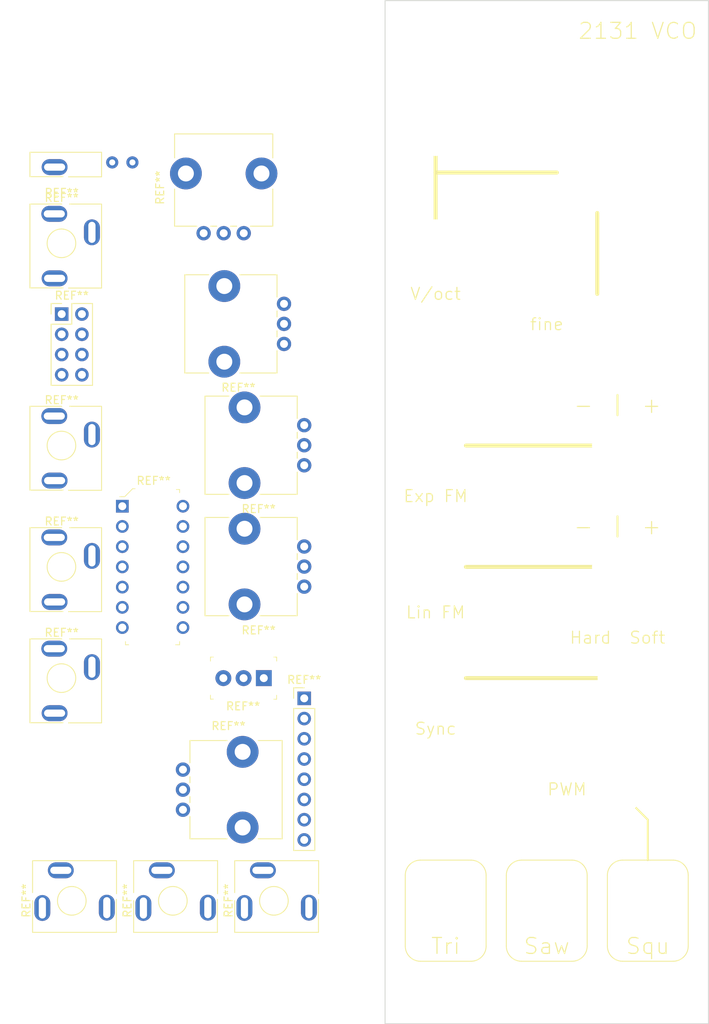
<source format=kicad_pcb>
(kicad_pcb (version 20171130) (host pcbnew "(5.1.8-0-10_14)")

  (general
    (thickness 1.6)
    (drawings 41)
    (tracks 0)
    (zones 0)
    (modules 35)
    (nets 1)
  )

  (page A4)
  (layers
    (0 F.Cu signal)
    (31 B.Cu signal)
    (32 B.Adhes user)
    (33 F.Adhes user)
    (34 B.Paste user)
    (35 F.Paste user)
    (36 B.SilkS user)
    (37 F.SilkS user)
    (38 B.Mask user)
    (39 F.Mask user)
    (40 Dwgs.User user)
    (41 Cmts.User user)
    (42 Eco1.User user)
    (43 Eco2.User user)
    (44 Edge.Cuts user)
    (45 Margin user)
    (46 B.CrtYd user)
    (47 F.CrtYd user)
    (48 B.Fab user hide)
    (49 F.Fab user hide)
  )

  (setup
    (last_trace_width 0.25)
    (user_trace_width 0.5)
    (user_trace_width 0.5)
    (user_trace_width 0.5)
    (user_trace_width 0.5)
    (user_trace_width 0.5)
    (user_trace_width 0.5)
    (user_trace_width 0.5)
    (trace_clearance 0.2)
    (zone_clearance 0.508)
    (zone_45_only no)
    (trace_min 0.2)
    (via_size 0.8)
    (via_drill 0.4)
    (via_min_size 0.4)
    (via_min_drill 0.3)
    (uvia_size 0.3)
    (uvia_drill 0.1)
    (uvias_allowed no)
    (uvia_min_size 0.2)
    (uvia_min_drill 0.1)
    (edge_width 0.1)
    (segment_width 0.2)
    (pcb_text_width 0.3)
    (pcb_text_size 1.5 1.5)
    (mod_edge_width 0.15)
    (mod_text_size 1 1)
    (mod_text_width 0.15)
    (pad_size 1.524 1.524)
    (pad_drill 0.762)
    (pad_to_mask_clearance 0)
    (aux_axis_origin 0 0)
    (grid_origin 73.66 149.86)
    (visible_elements FFFFFF7F)
    (pcbplotparams
      (layerselection 0x010fc_ffffffff)
      (usegerberextensions false)
      (usegerberattributes true)
      (usegerberadvancedattributes true)
      (creategerberjobfile true)
      (excludeedgelayer true)
      (linewidth 0.100000)
      (plotframeref false)
      (viasonmask false)
      (mode 1)
      (useauxorigin false)
      (hpglpennumber 1)
      (hpglpenspeed 20)
      (hpglpendiameter 15.000000)
      (psnegative false)
      (psa4output false)
      (plotreference true)
      (plotvalue true)
      (plotinvisibletext false)
      (padsonsilk false)
      (subtractmaskfromsilk false)
      (outputformat 1)
      (mirror false)
      (drillshape 1)
      (scaleselection 1)
      (outputdirectory ""))
  )

  (net 0 "")

  (net_class Default "これはデフォルトのネット クラスです。"
    (clearance 0.2)
    (trace_width 0.25)
    (via_dia 0.8)
    (via_drill 0.4)
    (uvia_dia 0.3)
    (uvia_drill 0.1)
  )

  (module Connector_PinHeader_2.54mm:PinHeader_2x04_P2.54mm_Vertical (layer F.Cu) (tedit 59FED5CC) (tstamp 6405280D)
    (at 22.86 77.47)
    (descr "Through hole straight pin header, 2x04, 2.54mm pitch, double rows")
    (tags "Through hole pin header THT 2x04 2.54mm double row")
    (fp_text reference REF** (at 1.27 -2.33) (layer F.SilkS)
      (effects (font (size 1 1) (thickness 0.15)))
    )
    (fp_text value PinHeader_2x04_P2.54mm_Vertical (at 1.27 9.95) (layer F.Fab)
      (effects (font (size 1 1) (thickness 0.15)))
    )
    (fp_text user %R (at 1.27 3.81 90) (layer F.Fab)
      (effects (font (size 1 1) (thickness 0.15)))
    )
    (fp_line (start 0 -1.27) (end 3.81 -1.27) (layer F.Fab) (width 0.1))
    (fp_line (start 3.81 -1.27) (end 3.81 8.89) (layer F.Fab) (width 0.1))
    (fp_line (start 3.81 8.89) (end -1.27 8.89) (layer F.Fab) (width 0.1))
    (fp_line (start -1.27 8.89) (end -1.27 0) (layer F.Fab) (width 0.1))
    (fp_line (start -1.27 0) (end 0 -1.27) (layer F.Fab) (width 0.1))
    (fp_line (start -1.33 8.95) (end 3.87 8.95) (layer F.SilkS) (width 0.12))
    (fp_line (start -1.33 1.27) (end -1.33 8.95) (layer F.SilkS) (width 0.12))
    (fp_line (start 3.87 -1.33) (end 3.87 8.95) (layer F.SilkS) (width 0.12))
    (fp_line (start -1.33 1.27) (end 1.27 1.27) (layer F.SilkS) (width 0.12))
    (fp_line (start 1.27 1.27) (end 1.27 -1.33) (layer F.SilkS) (width 0.12))
    (fp_line (start 1.27 -1.33) (end 3.87 -1.33) (layer F.SilkS) (width 0.12))
    (fp_line (start -1.33 0) (end -1.33 -1.33) (layer F.SilkS) (width 0.12))
    (fp_line (start -1.33 -1.33) (end 0 -1.33) (layer F.SilkS) (width 0.12))
    (fp_line (start -1.8 -1.8) (end -1.8 9.4) (layer F.CrtYd) (width 0.05))
    (fp_line (start -1.8 9.4) (end 4.35 9.4) (layer F.CrtYd) (width 0.05))
    (fp_line (start 4.35 9.4) (end 4.35 -1.8) (layer F.CrtYd) (width 0.05))
    (fp_line (start 4.35 -1.8) (end -1.8 -1.8) (layer F.CrtYd) (width 0.05))
    (pad 8 thru_hole oval (at 2.54 7.62) (size 1.7 1.7) (drill 1) (layers *.Cu *.Mask))
    (pad 7 thru_hole oval (at 0 7.62) (size 1.7 1.7) (drill 1) (layers *.Cu *.Mask))
    (pad 6 thru_hole oval (at 2.54 5.08) (size 1.7 1.7) (drill 1) (layers *.Cu *.Mask))
    (pad 5 thru_hole oval (at 0 5.08) (size 1.7 1.7) (drill 1) (layers *.Cu *.Mask))
    (pad 4 thru_hole oval (at 2.54 2.54) (size 1.7 1.7) (drill 1) (layers *.Cu *.Mask))
    (pad 3 thru_hole oval (at 0 2.54) (size 1.7 1.7) (drill 1) (layers *.Cu *.Mask))
    (pad 2 thru_hole oval (at 2.54 0) (size 1.7 1.7) (drill 1) (layers *.Cu *.Mask))
    (pad 1 thru_hole rect (at 0 0) (size 1.7 1.7) (drill 1) (layers *.Cu *.Mask))
    (model ${KISYS3DMOD}/Connector_PinHeader_2.54mm.3dshapes/PinHeader_2x04_P2.54mm_Vertical.wrl
      (at (xyz 0 0 0))
      (scale (xyz 1 1 1))
      (rotate (xyz 0 0 0))
    )
  )

  (module Attenuverter:Potentiometer_Alps_RK09L_Single_Vertical (layer F.Cu) (tedit 60FF8D6E) (tstamp 64052988)
    (at 50.8 76.2 180)
    (descr "Potentiometer, vertical, Alps RK09L Single, http://www.alps.com/prod/info/E/HTML/Potentiometer/RotaryPotentiometers/RK09L/RK09L_list.html")
    (tags "Potentiometer vertical Alps RK09L Single")
    (fp_text reference REF** (at 5.725 -10.5) (layer F.SilkS)
      (effects (font (size 1 1) (thickness 0.15)))
    )
    (fp_text value "Exp FM" (at 5.725 5.5) (layer F.Fab)
      (effects (font (size 1 1) (thickness 0.15)))
    )
    (fp_text user %R (at 2 -2.5 90) (layer F.Fab)
      (effects (font (size 1 1) (thickness 0.15)))
    )
    (fp_line (start 12.6 -9.5) (end -1.15 -9.5) (layer F.CrtYd) (width 0.05))
    (fp_line (start 12.6 4.5) (end 12.6 -9.5) (layer F.CrtYd) (width 0.05))
    (fp_line (start -1.15 4.5) (end 12.6 4.5) (layer F.CrtYd) (width 0.05))
    (fp_line (start -1.15 -9.5) (end -1.15 4.5) (layer F.CrtYd) (width 0.05))
    (fp_line (start 12.47 -8.67) (end 12.47 3.67) (layer F.SilkS) (width 0.12))
    (fp_line (start 0.88 0.87) (end 0.88 3.67) (layer F.SilkS) (width 0.12))
    (fp_line (start 0.88 -1.629) (end 0.88 -0.87) (layer F.SilkS) (width 0.12))
    (fp_line (start 0.88 -4.129) (end 0.88 -3.37) (layer F.SilkS) (width 0.12))
    (fp_line (start 0.88 -8.67) (end 0.88 -5.871) (layer F.SilkS) (width 0.12))
    (fp_line (start 9.455 3.67) (end 12.47 3.67) (layer F.SilkS) (width 0.12))
    (fp_line (start 0.88 3.67) (end 5.546 3.67) (layer F.SilkS) (width 0.12))
    (fp_line (start 9.455 -8.67) (end 12.47 -8.67) (layer F.SilkS) (width 0.12))
    (fp_line (start 0.88 -8.67) (end 5.546 -8.67) (layer F.SilkS) (width 0.12))
    (fp_line (start 12.35 -8.55) (end 1 -8.55) (layer F.Fab) (width 0.1))
    (fp_line (start 12.35 3.55) (end 12.35 -8.55) (layer F.Fab) (width 0.1))
    (fp_line (start 1 3.55) (end 12.35 3.55) (layer F.Fab) (width 0.1))
    (fp_line (start 1 -8.55) (end 1 3.55) (layer F.Fab) (width 0.1))
    (fp_circle (center 7.5 -2.5) (end 10.5 -2.5) (layer F.Fab) (width 0.1))
    (pad "" np_thru_hole circle (at 7.5 2.25 180) (size 4 4) (drill 2) (layers *.Cu *.Mask))
    (pad "" np_thru_hole circle (at 7.5 -7.25 180) (size 4 4) (drill 2) (layers *.Cu *.Mask))
    (pad 1 thru_hole circle (at 0 -5.02 180) (size 1.8 1.8) (drill 1) (layers *.Cu *.Mask))
    (pad 2 thru_hole circle (at 0 -2.5 180) (size 1.8 1.8) (drill 1) (layers *.Cu *.Mask))
    (pad 3 thru_hole circle (at 0 0.02 180) (size 1.8 1.8) (drill 1) (layers *.Cu *.Mask))
    (model ${KISYS3DMOD}/Potentiometer_THT.3dshapes/Potentiometer_Alps_RK09L_Single_Vertical.wrl
      (at (xyz 0 0 0))
      (scale (xyz 1 1 1))
      (rotate (xyz 0 0 0))
    )
  )

  (module MountingHole:MountingHole_6.4mm_M6 (layer F.Cu) (tedit 56D1B4CB) (tstamp 6404282E)
    (at 90.17 78.74)
    (descr "Mounting Hole 6.4mm, no annular, M6")
    (tags "mounting hole 6.4mm no annular m6")
    (attr virtual)
    (fp_text reference fine (at -6.35 0) (layer F.SilkS)
      (effects (font (size 1.5 1.5) (thickness 0.15)))
    )
    (fp_text value MountingHole_6.4mm_M6 (at 0 7.4) (layer F.Fab) hide
      (effects (font (size 1 1) (thickness 0.15)))
    )
    (fp_circle (center 0 0) (end 6.65 0) (layer F.CrtYd) (width 0.05))
    (fp_circle (center 0 0) (end 6.4 0) (layer Cmts.User) (width 0.15))
    (fp_text user %R (at 0.3 0) (layer F.Fab) hide
      (effects (font (size 1 1) (thickness 0.15)))
    )
    (pad 1 np_thru_hole circle (at 0 0) (size 6.4 6.4) (drill 6.4) (layers *.Cu *.Mask))
  )

  (module Attenuverter:MJ-355_3.5mm_mono_jack_terminal_only (layer F.Cu) (tedit 6400480B) (tstamp 64052554)
    (at 22.86 54.61)
    (fp_text reference REF** (at 0 7.62) (layer F.SilkS)
      (effects (font (size 1 1) (thickness 0.15)))
    )
    (fp_text value MJ-355_3.5mm_mono_jack_terminal_only (at 0 -10.16) (layer F.Fab)
      (effects (font (size 1 1) (thickness 0.15)))
    )
    (fp_text user KEEPOUT (at -0.03 0 180) (layer Cmts.User)
      (effects (font (size 0.4 0.4) (thickness 0.051)))
    )
    (fp_line (start 1.38 0.46) (end 0.43 1.41) (layer Dwgs.User) (width 0.12))
    (fp_circle (center -0.03 0) (end -1.53 0) (layer Dwgs.User) (width 0.12))
    (fp_line (start -3.99 5.6) (end -3.99 2.54) (layer F.SilkS) (width 0.12))
    (fp_circle (center -0.03 0) (end -1.83 0) (layer F.Fab) (width 0.1))
    (fp_line (start -0.12 -1.48) (end -1.51 -0.09) (layer Dwgs.User) (width 0.12))
    (fp_line (start 0.55 -1.35) (end -1.39 0.59) (layer Dwgs.User) (width 0.12))
    (fp_line (start 1.39 -0.395) (end -0.43 1.42) (layer Dwgs.User) (width 0.12))
    (fp_line (start 5.01 5.62) (end 5.01 2.54) (layer F.SilkS) (width 0.12))
    (fp_line (start 1.04 -1.01) (end -1.04 1.07) (layer Dwgs.User) (width 0.12))
    (fp_line (start 0.86 5.62) (end 5.01 5.62) (layer F.SilkS) (width 0.12))
    (fp_line (start -3.99 5.6) (end 0.16 5.6) (layer F.SilkS) (width 0.12))
    (fp_line (start 5.01 2.54) (end -3.99 2.54) (layer F.SilkS) (width 0.12))
    (pad S thru_hole circle (at 8.89 3.81) (size 1.524 1.524) (drill 0.762) (layers *.Cu *.Mask))
    (pad TN thru_hole circle (at 6.35 3.81) (size 1.524 1.524) (drill 0.762) (layers *.Cu *.Mask))
    (pad T thru_hole oval (at -0.89 4.4) (size 3.25 2) (drill oval 2.65 0.9) (layers *.Cu *.Mask))
  )

  (module Attenuverter:MJ-355_3.5mm_mono_jack (layer F.Cu) (tedit 6316CD6A) (tstamp 64052909)
    (at 22.86 68.58 180)
    (fp_text reference REF** (at 0 5.715) (layer F.SilkS)
      (effects (font (size 1 1) (thickness 0.15)))
    )
    (fp_text value MJ-355_3.5mm_mono_jack (at 0 -6.985) (layer F.Fab)
      (effects (font (size 1 1) (thickness 0.15)))
    )
    (fp_text user KEEPOUT (at 0.03 0) (layer Cmts.User)
      (effects (font (size 0.4 0.4) (thickness 0.051)))
    )
    (fp_line (start -1.38 -0.46) (end -0.43 -1.41) (layer Dwgs.User) (width 0.12))
    (fp_circle (center 0.03 0) (end 1.53 0) (layer Dwgs.User) (width 0.12))
    (fp_line (start 3.99 -5.6) (end 3.99 4.9) (layer F.SilkS) (width 0.12))
    (fp_circle (center 0.03 0) (end 1.83 0) (layer F.Fab) (width 0.1))
    (fp_line (start 4 4.93) (end 0 4.93) (layer F.SilkS) (width 0.12))
    (fp_line (start 4.1 -5.72) (end -5.1 -5.72) (layer F.CrtYd) (width 0.05))
    (fp_line (start 0.12 1.48) (end 1.51 0.09) (layer Dwgs.User) (width 0.12))
    (fp_line (start 3.99 4.83) (end 3.99 -5.57) (layer F.Fab) (width 0.1))
    (fp_line (start -0.55 1.35) (end 1.39 -0.59) (layer Dwgs.User) (width 0.12))
    (fp_circle (center 0.03 0) (end 1.83 0) (layer F.SilkS) (width 0.12))
    (fp_line (start -1.39 0.395) (end 0.43 -1.42) (layer Dwgs.User) (width 0.12))
    (fp_line (start -1 4.93) (end -5 4.93) (layer F.SilkS) (width 0.12))
    (fp_line (start -5.01 4.83) (end -5.01 -5.57) (layer F.Fab) (width 0.1))
    (fp_line (start 3.99 -5.57) (end -5.01 -5.57) (layer F.Fab) (width 0.1))
    (fp_line (start -5.01 -5.62) (end -5.01 4.88) (layer F.SilkS) (width 0.12))
    (fp_line (start -1.04 1.01) (end 1.04 -1.07) (layer Dwgs.User) (width 0.12))
    (fp_line (start -0.86 -5.62) (end -5.01 -5.62) (layer F.SilkS) (width 0.12))
    (fp_line (start 4 4.91) (end -5 4.91) (layer F.Fab) (width 0.1))
    (fp_line (start 3.99 -5.6) (end -0.16 -5.6) (layer F.SilkS) (width 0.12))
    (fp_line (start -5.11 5.03) (end -5.1 -5.72) (layer F.CrtYd) (width 0.05))
    (fp_line (start 4.1 5.03) (end 4.1 -5.72) (layer F.CrtYd) (width 0.05))
    (fp_line (start 4.1 5.03) (end -5.11 5.03) (layer F.CrtYd) (width 0.05))
    (pad TN thru_hole oval (at -3.8 1.38 90) (size 3.25 2) (drill oval 2.65 0.9) (layers *.Cu *.Mask))
    (pad T thru_hole oval (at 0.89 -4.4) (size 3.25 2) (drill oval 2.65 0.9) (layers *.Cu *.Mask))
    (pad S thru_hole oval (at 0.93 3.7) (size 3.25 2) (drill oval 2.65 0.9) (layers *.Cu *.Mask))
  )

  (module Attenuverter:MJ-355_3.5mm_mono_jack (layer F.Cu) (tedit 6316CD6A) (tstamp 64052705)
    (at 22.86 93.98 180)
    (fp_text reference REF** (at 0 5.715) (layer F.SilkS)
      (effects (font (size 1 1) (thickness 0.15)))
    )
    (fp_text value MJ-355_3.5mm_mono_jack (at 0 -6.985) (layer F.Fab)
      (effects (font (size 1 1) (thickness 0.15)))
    )
    (fp_line (start 4.1 5.03) (end -5.11 5.03) (layer F.CrtYd) (width 0.05))
    (fp_line (start 4.1 5.03) (end 4.1 -5.72) (layer F.CrtYd) (width 0.05))
    (fp_line (start -5.11 5.03) (end -5.1 -5.72) (layer F.CrtYd) (width 0.05))
    (fp_line (start 3.99 -5.6) (end -0.16 -5.6) (layer F.SilkS) (width 0.12))
    (fp_line (start 4 4.91) (end -5 4.91) (layer F.Fab) (width 0.1))
    (fp_line (start -0.86 -5.62) (end -5.01 -5.62) (layer F.SilkS) (width 0.12))
    (fp_line (start -1.04 1.01) (end 1.04 -1.07) (layer Dwgs.User) (width 0.12))
    (fp_line (start -5.01 -5.62) (end -5.01 4.88) (layer F.SilkS) (width 0.12))
    (fp_line (start 3.99 -5.57) (end -5.01 -5.57) (layer F.Fab) (width 0.1))
    (fp_line (start -5.01 4.83) (end -5.01 -5.57) (layer F.Fab) (width 0.1))
    (fp_line (start -1 4.93) (end -5 4.93) (layer F.SilkS) (width 0.12))
    (fp_line (start -1.39 0.395) (end 0.43 -1.42) (layer Dwgs.User) (width 0.12))
    (fp_circle (center 0.03 0) (end 1.83 0) (layer F.SilkS) (width 0.12))
    (fp_line (start -0.55 1.35) (end 1.39 -0.59) (layer Dwgs.User) (width 0.12))
    (fp_line (start 3.99 4.83) (end 3.99 -5.57) (layer F.Fab) (width 0.1))
    (fp_line (start 0.12 1.48) (end 1.51 0.09) (layer Dwgs.User) (width 0.12))
    (fp_line (start 4.1 -5.72) (end -5.1 -5.72) (layer F.CrtYd) (width 0.05))
    (fp_line (start 4 4.93) (end 0 4.93) (layer F.SilkS) (width 0.12))
    (fp_circle (center 0.03 0) (end 1.83 0) (layer F.Fab) (width 0.1))
    (fp_line (start 3.99 -5.6) (end 3.99 4.9) (layer F.SilkS) (width 0.12))
    (fp_circle (center 0.03 0) (end 1.53 0) (layer Dwgs.User) (width 0.12))
    (fp_line (start -1.38 -0.46) (end -0.43 -1.41) (layer Dwgs.User) (width 0.12))
    (fp_text user KEEPOUT (at 0.03 0) (layer Cmts.User)
      (effects (font (size 0.4 0.4) (thickness 0.051)))
    )
    (pad S thru_hole oval (at 0.93 3.7) (size 3.25 2) (drill oval 2.65 0.9) (layers *.Cu *.Mask))
    (pad T thru_hole oval (at 0.89 -4.4) (size 3.25 2) (drill oval 2.65 0.9) (layers *.Cu *.Mask))
    (pad TN thru_hole oval (at -3.8 1.38 90) (size 3.25 2) (drill oval 2.65 0.9) (layers *.Cu *.Mask))
  )

  (module Attenuverter:MJ-355_3.5mm_mono_jack (layer F.Cu) (tedit 6316CD6A) (tstamp 640527B3)
    (at 22.86 109.22 180)
    (fp_text reference REF** (at 0 5.715) (layer F.SilkS)
      (effects (font (size 1 1) (thickness 0.15)))
    )
    (fp_text value MJ-355_3.5mm_mono_jack (at 0 -6.985) (layer F.Fab)
      (effects (font (size 1 1) (thickness 0.15)))
    )
    (fp_text user KEEPOUT (at 0.03 0) (layer Cmts.User)
      (effects (font (size 0.4 0.4) (thickness 0.051)))
    )
    (fp_line (start -1.38 -0.46) (end -0.43 -1.41) (layer Dwgs.User) (width 0.12))
    (fp_circle (center 0.03 0) (end 1.53 0) (layer Dwgs.User) (width 0.12))
    (fp_line (start 3.99 -5.6) (end 3.99 4.9) (layer F.SilkS) (width 0.12))
    (fp_circle (center 0.03 0) (end 1.83 0) (layer F.Fab) (width 0.1))
    (fp_line (start 4 4.93) (end 0 4.93) (layer F.SilkS) (width 0.12))
    (fp_line (start 4.1 -5.72) (end -5.1 -5.72) (layer F.CrtYd) (width 0.05))
    (fp_line (start 0.12 1.48) (end 1.51 0.09) (layer Dwgs.User) (width 0.12))
    (fp_line (start 3.99 4.83) (end 3.99 -5.57) (layer F.Fab) (width 0.1))
    (fp_line (start -0.55 1.35) (end 1.39 -0.59) (layer Dwgs.User) (width 0.12))
    (fp_circle (center 0.03 0) (end 1.83 0) (layer F.SilkS) (width 0.12))
    (fp_line (start -1.39 0.395) (end 0.43 -1.42) (layer Dwgs.User) (width 0.12))
    (fp_line (start -1 4.93) (end -5 4.93) (layer F.SilkS) (width 0.12))
    (fp_line (start -5.01 4.83) (end -5.01 -5.57) (layer F.Fab) (width 0.1))
    (fp_line (start 3.99 -5.57) (end -5.01 -5.57) (layer F.Fab) (width 0.1))
    (fp_line (start -5.01 -5.62) (end -5.01 4.88) (layer F.SilkS) (width 0.12))
    (fp_line (start -1.04 1.01) (end 1.04 -1.07) (layer Dwgs.User) (width 0.12))
    (fp_line (start -0.86 -5.62) (end -5.01 -5.62) (layer F.SilkS) (width 0.12))
    (fp_line (start 4 4.91) (end -5 4.91) (layer F.Fab) (width 0.1))
    (fp_line (start 3.99 -5.6) (end -0.16 -5.6) (layer F.SilkS) (width 0.12))
    (fp_line (start -5.11 5.03) (end -5.1 -5.72) (layer F.CrtYd) (width 0.05))
    (fp_line (start 4.1 5.03) (end 4.1 -5.72) (layer F.CrtYd) (width 0.05))
    (fp_line (start 4.1 5.03) (end -5.11 5.03) (layer F.CrtYd) (width 0.05))
    (pad TN thru_hole oval (at -3.8 1.38 90) (size 3.25 2) (drill oval 2.65 0.9) (layers *.Cu *.Mask))
    (pad T thru_hole oval (at 0.89 -4.4) (size 3.25 2) (drill oval 2.65 0.9) (layers *.Cu *.Mask))
    (pad S thru_hole oval (at 0.93 3.7) (size 3.25 2) (drill oval 2.65 0.9) (layers *.Cu *.Mask))
  )

  (module Attenuverter:MJ-355_3.5mm_mono_jack (layer F.Cu) (tedit 6316CD6A) (tstamp 64052A23)
    (at 22.86 123.19 180)
    (fp_text reference REF** (at 0 5.715) (layer F.SilkS)
      (effects (font (size 1 1) (thickness 0.15)))
    )
    (fp_text value MJ-355_3.5mm_mono_jack (at 0 -6.985) (layer F.Fab)
      (effects (font (size 1 1) (thickness 0.15)))
    )
    (fp_line (start 4.1 5.03) (end -5.11 5.03) (layer F.CrtYd) (width 0.05))
    (fp_line (start 4.1 5.03) (end 4.1 -5.72) (layer F.CrtYd) (width 0.05))
    (fp_line (start -5.11 5.03) (end -5.1 -5.72) (layer F.CrtYd) (width 0.05))
    (fp_line (start 3.99 -5.6) (end -0.16 -5.6) (layer F.SilkS) (width 0.12))
    (fp_line (start 4 4.91) (end -5 4.91) (layer F.Fab) (width 0.1))
    (fp_line (start -0.86 -5.62) (end -5.01 -5.62) (layer F.SilkS) (width 0.12))
    (fp_line (start -1.04 1.01) (end 1.04 -1.07) (layer Dwgs.User) (width 0.12))
    (fp_line (start -5.01 -5.62) (end -5.01 4.88) (layer F.SilkS) (width 0.12))
    (fp_line (start 3.99 -5.57) (end -5.01 -5.57) (layer F.Fab) (width 0.1))
    (fp_line (start -5.01 4.83) (end -5.01 -5.57) (layer F.Fab) (width 0.1))
    (fp_line (start -1 4.93) (end -5 4.93) (layer F.SilkS) (width 0.12))
    (fp_line (start -1.39 0.395) (end 0.43 -1.42) (layer Dwgs.User) (width 0.12))
    (fp_circle (center 0.03 0) (end 1.83 0) (layer F.SilkS) (width 0.12))
    (fp_line (start -0.55 1.35) (end 1.39 -0.59) (layer Dwgs.User) (width 0.12))
    (fp_line (start 3.99 4.83) (end 3.99 -5.57) (layer F.Fab) (width 0.1))
    (fp_line (start 0.12 1.48) (end 1.51 0.09) (layer Dwgs.User) (width 0.12))
    (fp_line (start 4.1 -5.72) (end -5.1 -5.72) (layer F.CrtYd) (width 0.05))
    (fp_line (start 4 4.93) (end 0 4.93) (layer F.SilkS) (width 0.12))
    (fp_circle (center 0.03 0) (end 1.83 0) (layer F.Fab) (width 0.1))
    (fp_line (start 3.99 -5.6) (end 3.99 4.9) (layer F.SilkS) (width 0.12))
    (fp_circle (center 0.03 0) (end 1.53 0) (layer Dwgs.User) (width 0.12))
    (fp_line (start -1.38 -0.46) (end -0.43 -1.41) (layer Dwgs.User) (width 0.12))
    (fp_text user KEEPOUT (at 0.03 0) (layer Cmts.User)
      (effects (font (size 0.4 0.4) (thickness 0.051)))
    )
    (pad S thru_hole oval (at 0.93 3.7) (size 3.25 2) (drill oval 2.65 0.9) (layers *.Cu *.Mask))
    (pad T thru_hole oval (at 0.89 -4.4) (size 3.25 2) (drill oval 2.65 0.9) (layers *.Cu *.Mask))
    (pad TN thru_hole oval (at -3.8 1.38 90) (size 3.25 2) (drill oval 2.65 0.9) (layers *.Cu *.Mask))
  )

  (module Attenuverter:MJ-355_3.5mm_mono_jack (layer F.Cu) (tedit 6316CD6A) (tstamp 6405275C)
    (at 49.53 151.13 270)
    (fp_text reference REF** (at 0 5.715 90) (layer F.SilkS)
      (effects (font (size 1 1) (thickness 0.15)))
    )
    (fp_text value MJ-355_3.5mm_mono_jack (at 0 -6.985 90) (layer F.Fab)
      (effects (font (size 1 1) (thickness 0.15)))
    )
    (fp_text user KEEPOUT (at 0.03 0 90) (layer Cmts.User)
      (effects (font (size 0.4 0.4) (thickness 0.051)))
    )
    (fp_line (start -1.38 -0.46) (end -0.43 -1.41) (layer Dwgs.User) (width 0.12))
    (fp_circle (center 0.03 0) (end 1.53 0) (layer Dwgs.User) (width 0.12))
    (fp_line (start 3.99 -5.6) (end 3.99 4.9) (layer F.SilkS) (width 0.12))
    (fp_circle (center 0.03 0) (end 1.83 0) (layer F.Fab) (width 0.1))
    (fp_line (start 4 4.93) (end 0 4.93) (layer F.SilkS) (width 0.12))
    (fp_line (start 4.1 -5.72) (end -5.1 -5.72) (layer F.CrtYd) (width 0.05))
    (fp_line (start 0.12 1.48) (end 1.51 0.09) (layer Dwgs.User) (width 0.12))
    (fp_line (start 3.99 4.83) (end 3.99 -5.57) (layer F.Fab) (width 0.1))
    (fp_line (start -0.55 1.35) (end 1.39 -0.59) (layer Dwgs.User) (width 0.12))
    (fp_circle (center 0.03 0) (end 1.83 0) (layer F.SilkS) (width 0.12))
    (fp_line (start -1.39 0.395) (end 0.43 -1.42) (layer Dwgs.User) (width 0.12))
    (fp_line (start -1 4.93) (end -5 4.93) (layer F.SilkS) (width 0.12))
    (fp_line (start -5.01 4.83) (end -5.01 -5.57) (layer F.Fab) (width 0.1))
    (fp_line (start 3.99 -5.57) (end -5.01 -5.57) (layer F.Fab) (width 0.1))
    (fp_line (start -5.01 -5.62) (end -5.01 4.88) (layer F.SilkS) (width 0.12))
    (fp_line (start -1.04 1.01) (end 1.04 -1.07) (layer Dwgs.User) (width 0.12))
    (fp_line (start -0.86 -5.62) (end -5.01 -5.62) (layer F.SilkS) (width 0.12))
    (fp_line (start 4 4.91) (end -5 4.91) (layer F.Fab) (width 0.1))
    (fp_line (start 3.99 -5.6) (end -0.16 -5.6) (layer F.SilkS) (width 0.12))
    (fp_line (start -5.11 5.03) (end -5.1 -5.72) (layer F.CrtYd) (width 0.05))
    (fp_line (start 4.1 5.03) (end 4.1 -5.72) (layer F.CrtYd) (width 0.05))
    (fp_line (start 4.1 5.03) (end -5.11 5.03) (layer F.CrtYd) (width 0.05))
    (pad TN thru_hole oval (at -3.8 1.38 180) (size 3.25 2) (drill oval 2.65 0.9) (layers *.Cu *.Mask))
    (pad T thru_hole oval (at 0.89 -4.4 90) (size 3.25 2) (drill oval 2.65 0.9) (layers *.Cu *.Mask))
    (pad S thru_hole oval (at 0.93 3.7 90) (size 3.25 2) (drill oval 2.65 0.9) (layers *.Cu *.Mask))
  )

  (module Attenuverter:MJ-355_3.5mm_mono_jack (layer F.Cu) (tedit 6316CD6A) (tstamp 640526AE)
    (at 36.83 151.13 270)
    (fp_text reference REF** (at 0 5.715 90) (layer F.SilkS)
      (effects (font (size 1 1) (thickness 0.15)))
    )
    (fp_text value MJ-355_3.5mm_mono_jack (at 0 -6.985 90) (layer F.Fab)
      (effects (font (size 1 1) (thickness 0.15)))
    )
    (fp_line (start 4.1 5.03) (end -5.11 5.03) (layer F.CrtYd) (width 0.05))
    (fp_line (start 4.1 5.03) (end 4.1 -5.72) (layer F.CrtYd) (width 0.05))
    (fp_line (start -5.11 5.03) (end -5.1 -5.72) (layer F.CrtYd) (width 0.05))
    (fp_line (start 3.99 -5.6) (end -0.16 -5.6) (layer F.SilkS) (width 0.12))
    (fp_line (start 4 4.91) (end -5 4.91) (layer F.Fab) (width 0.1))
    (fp_line (start -0.86 -5.62) (end -5.01 -5.62) (layer F.SilkS) (width 0.12))
    (fp_line (start -1.04 1.01) (end 1.04 -1.07) (layer Dwgs.User) (width 0.12))
    (fp_line (start -5.01 -5.62) (end -5.01 4.88) (layer F.SilkS) (width 0.12))
    (fp_line (start 3.99 -5.57) (end -5.01 -5.57) (layer F.Fab) (width 0.1))
    (fp_line (start -5.01 4.83) (end -5.01 -5.57) (layer F.Fab) (width 0.1))
    (fp_line (start -1 4.93) (end -5 4.93) (layer F.SilkS) (width 0.12))
    (fp_line (start -1.39 0.395) (end 0.43 -1.42) (layer Dwgs.User) (width 0.12))
    (fp_circle (center 0.03 0) (end 1.83 0) (layer F.SilkS) (width 0.12))
    (fp_line (start -0.55 1.35) (end 1.39 -0.59) (layer Dwgs.User) (width 0.12))
    (fp_line (start 3.99 4.83) (end 3.99 -5.57) (layer F.Fab) (width 0.1))
    (fp_line (start 0.12 1.48) (end 1.51 0.09) (layer Dwgs.User) (width 0.12))
    (fp_line (start 4.1 -5.72) (end -5.1 -5.72) (layer F.CrtYd) (width 0.05))
    (fp_line (start 4 4.93) (end 0 4.93) (layer F.SilkS) (width 0.12))
    (fp_circle (center 0.03 0) (end 1.83 0) (layer F.Fab) (width 0.1))
    (fp_line (start 3.99 -5.6) (end 3.99 4.9) (layer F.SilkS) (width 0.12))
    (fp_circle (center 0.03 0) (end 1.53 0) (layer Dwgs.User) (width 0.12))
    (fp_line (start -1.38 -0.46) (end -0.43 -1.41) (layer Dwgs.User) (width 0.12))
    (fp_text user KEEPOUT (at 0.03 0 90) (layer Cmts.User)
      (effects (font (size 0.4 0.4) (thickness 0.051)))
    )
    (pad S thru_hole oval (at 0.93 3.7 90) (size 3.25 2) (drill oval 2.65 0.9) (layers *.Cu *.Mask))
    (pad T thru_hole oval (at 0.89 -4.4 90) (size 3.25 2) (drill oval 2.65 0.9) (layers *.Cu *.Mask))
    (pad TN thru_hole oval (at -3.8 1.38 180) (size 3.25 2) (drill oval 2.65 0.9) (layers *.Cu *.Mask))
  )

  (module Connector_PinHeader_2.54mm:PinHeader_1x08_P2.54mm_Vertical (layer F.Cu) (tedit 59FED5CC) (tstamp 64052A78)
    (at 53.34 125.73)
    (descr "Through hole straight pin header, 1x08, 2.54mm pitch, single row")
    (tags "Through hole pin header THT 1x08 2.54mm single row")
    (fp_text reference REF** (at 0 -2.33) (layer F.SilkS)
      (effects (font (size 1 1) (thickness 0.15)))
    )
    (fp_text value PinHeader_1x08_P2.54mm_Vertical (at 0 20.11) (layer F.Fab)
      (effects (font (size 1 1) (thickness 0.15)))
    )
    (fp_line (start 1.8 -1.8) (end -1.8 -1.8) (layer F.CrtYd) (width 0.05))
    (fp_line (start 1.8 19.55) (end 1.8 -1.8) (layer F.CrtYd) (width 0.05))
    (fp_line (start -1.8 19.55) (end 1.8 19.55) (layer F.CrtYd) (width 0.05))
    (fp_line (start -1.8 -1.8) (end -1.8 19.55) (layer F.CrtYd) (width 0.05))
    (fp_line (start -1.33 -1.33) (end 0 -1.33) (layer F.SilkS) (width 0.12))
    (fp_line (start -1.33 0) (end -1.33 -1.33) (layer F.SilkS) (width 0.12))
    (fp_line (start -1.33 1.27) (end 1.33 1.27) (layer F.SilkS) (width 0.12))
    (fp_line (start 1.33 1.27) (end 1.33 19.11) (layer F.SilkS) (width 0.12))
    (fp_line (start -1.33 1.27) (end -1.33 19.11) (layer F.SilkS) (width 0.12))
    (fp_line (start -1.33 19.11) (end 1.33 19.11) (layer F.SilkS) (width 0.12))
    (fp_line (start -1.27 -0.635) (end -0.635 -1.27) (layer F.Fab) (width 0.1))
    (fp_line (start -1.27 19.05) (end -1.27 -0.635) (layer F.Fab) (width 0.1))
    (fp_line (start 1.27 19.05) (end -1.27 19.05) (layer F.Fab) (width 0.1))
    (fp_line (start 1.27 -1.27) (end 1.27 19.05) (layer F.Fab) (width 0.1))
    (fp_line (start -0.635 -1.27) (end 1.27 -1.27) (layer F.Fab) (width 0.1))
    (fp_text user %R (at 0 8.89 90) (layer F.Fab)
      (effects (font (size 1 1) (thickness 0.15)))
    )
    (pad 1 thru_hole rect (at 0 0) (size 1.7 1.7) (drill 1) (layers *.Cu *.Mask))
    (pad 2 thru_hole oval (at 0 2.54) (size 1.7 1.7) (drill 1) (layers *.Cu *.Mask))
    (pad 3 thru_hole oval (at 0 5.08) (size 1.7 1.7) (drill 1) (layers *.Cu *.Mask))
    (pad 4 thru_hole oval (at 0 7.62) (size 1.7 1.7) (drill 1) (layers *.Cu *.Mask))
    (pad 5 thru_hole oval (at 0 10.16) (size 1.7 1.7) (drill 1) (layers *.Cu *.Mask))
    (pad 6 thru_hole oval (at 0 12.7) (size 1.7 1.7) (drill 1) (layers *.Cu *.Mask))
    (pad 7 thru_hole oval (at 0 15.24) (size 1.7 1.7) (drill 1) (layers *.Cu *.Mask))
    (pad 8 thru_hole oval (at 0 17.78) (size 1.7 1.7) (drill 1) (layers *.Cu *.Mask))
    (model ${KISYS3DMOD}/Connector_PinHeader_2.54mm.3dshapes/PinHeader_1x08_P2.54mm_Vertical.wrl
      (at (xyz 0 0 0))
      (scale (xyz 1 1 1))
      (rotate (xyz 0 0 0))
    )
  )

  (module MountingHole:MountingHole_3.2mm_M3 (layer F.Cu) (tedit 56D1B4CB) (tstamp 6405295F)
    (at 21.59 142.24)
    (descr "Mounting Hole 3.2mm, no annular, M3")
    (tags "mounting hole 3.2mm no annular m3")
    (attr virtual)
    (fp_text reference REF** (at 0 -4.2) (layer F.SilkS) hide
      (effects (font (size 1 1) (thickness 0.15)))
    )
    (fp_text value MountingHole_3.2mm_M3 (at 0 4.2) (layer F.Fab) hide
      (effects (font (size 1 1) (thickness 0.15)))
    )
    (fp_circle (center 0 0) (end 3.2 0) (layer Cmts.User) (width 0.15))
    (fp_circle (center 0 0) (end 3.45 0) (layer F.CrtYd) (width 0.05))
    (fp_text user %R (at 1.27 -0.31) (layer F.Fab) hide
      (effects (font (size 1 1) (thickness 0.15)))
    )
    (pad 1 np_thru_hole circle (at 0 0) (size 3.2 3.2) (drill 3.2) (layers *.Cu *.Mask))
  )

  (module MountingHole:MountingHole_3.2mm_M3 (layer F.Cu) (tedit 56D1B4CB) (tstamp 6405294A)
    (at 52.07 69.85)
    (descr "Mounting Hole 3.2mm, no annular, M3")
    (tags "mounting hole 3.2mm no annular m3")
    (attr virtual)
    (fp_text reference REF** (at 0 -4.2) (layer F.SilkS) hide
      (effects (font (size 1 1) (thickness 0.15)))
    )
    (fp_text value MountingHole_3.2mm_M3 (at 0 4.2) (layer F.Fab) hide
      (effects (font (size 1 1) (thickness 0.15)))
    )
    (fp_text user %R (at 1.27 -0.31) (layer F.Fab) hide
      (effects (font (size 1 1) (thickness 0.15)))
    )
    (fp_circle (center 0 0) (end 3.45 0) (layer F.CrtYd) (width 0.05))
    (fp_circle (center 0 0) (end 3.2 0) (layer Cmts.User) (width 0.15))
    (pad 1 np_thru_hole circle (at 0 0) (size 3.2 3.2) (drill 3.2) (layers *.Cu *.Mask))
  )

  (module digikey-footprints:DIP-14_W3mm (layer F.Cu) (tedit 596E717A) (tstamp 640525F0)
    (at 30.48 101.6)
    (fp_text reference REF** (at 3.94 -3.2) (layer F.SilkS)
      (effects (font (size 1 1) (thickness 0.15)))
    )
    (fp_text value DIP-14_W3mm (at 3.52 19.09) (layer F.Fab)
      (effects (font (size 1 1) (thickness 0.15)))
    )
    (fp_text user REF** (at 3.86 7.77) (layer F.Fab)
      (effects (font (size 1 1) (thickness 0.1)))
    )
    (fp_line (start -0.08 -1.2) (end -0.33 -1.2) (layer F.SilkS) (width 0.1))
    (fp_line (start 0.3 -1.2) (end -0.07 -1.2) (layer F.SilkS) (width 0.1))
    (fp_line (start -1.05 -2.25) (end 8.67 -2.25) (layer F.CrtYd) (width 0.1))
    (fp_line (start -1.05 17.55) (end 8.67 17.55) (layer F.CrtYd) (width 0.1))
    (fp_line (start 8.67 17.55) (end 8.67 -2.25) (layer F.CrtYd) (width 0.1))
    (fp_line (start -1.05 -2.25) (end -1.05 17.55) (layer F.CrtYd) (width 0.1))
    (fp_line (start 1.6 -2.2) (end 1.3 -2.2) (layer F.SilkS) (width 0.1))
    (fp_line (start 1.3 -2.2) (end 0.3 -1.2) (layer F.SilkS) (width 0.1))
    (fp_line (start 7.2 -1.7) (end 7.2 -2.1) (layer F.SilkS) (width 0.1))
    (fp_line (start 7.2 -2.1) (end 6.8 -2.1) (layer F.SilkS) (width 0.1))
    (fp_line (start 6.7 17.4) (end 7.2 17.4) (layer F.SilkS) (width 0.1))
    (fp_line (start 7.2 17.4) (end 7.2 17) (layer F.SilkS) (width 0.1))
    (fp_line (start 0.4 17) (end 0.4 17.4) (layer F.SilkS) (width 0.1))
    (fp_line (start 0.4 17.4) (end 0.8 17.4) (layer F.SilkS) (width 0.1))
    (fp_line (start 0.5 -1.1) (end 0.5 17.3) (layer F.Fab) (width 0.1))
    (fp_line (start 1.4 -2) (end 7.1 -2) (layer F.Fab) (width 0.1))
    (fp_line (start 0.5 -1.1) (end 1.4 -2) (layer F.Fab) (width 0.1))
    (fp_line (start 0.5 17.3) (end 7.1 17.3) (layer F.Fab) (width 0.1))
    (fp_line (start 7.1 -2) (end 7.1 17.3) (layer F.Fab) (width 0.1))
    (pad 14 thru_hole circle (at 7.62 0) (size 1.6 1.6) (drill 1) (layers *.Cu *.Mask))
    (pad 13 thru_hole circle (at 7.62 2.54) (size 1.6 1.6) (drill 1) (layers *.Cu *.Mask))
    (pad 12 thru_hole circle (at 7.62 5.08) (size 1.6 1.6) (drill 1) (layers *.Cu *.Mask))
    (pad 11 thru_hole circle (at 7.62 7.62) (size 1.6 1.6) (drill 1) (layers *.Cu *.Mask))
    (pad 10 thru_hole circle (at 7.62 10.16) (size 1.6 1.6) (drill 1) (layers *.Cu *.Mask))
    (pad 9 thru_hole circle (at 7.62 12.7) (size 1.6 1.6) (drill 1) (layers *.Cu *.Mask))
    (pad 8 thru_hole circle (at 7.62 15.24) (size 1.6 1.6) (drill 1) (layers *.Cu *.Mask))
    (pad 7 thru_hole circle (at 0 15.24) (size 1.6 1.6) (drill 1) (layers *.Cu *.Mask))
    (pad 6 thru_hole circle (at 0 12.7) (size 1.6 1.6) (drill 1) (layers *.Cu *.Mask))
    (pad 5 thru_hole circle (at 0 10.16) (size 1.6 1.6) (drill 1) (layers *.Cu *.Mask))
    (pad 4 thru_hole circle (at 0 7.62) (size 1.6 1.6) (drill 1) (layers *.Cu *.Mask))
    (pad 3 thru_hole circle (at 0 5.08) (size 1.6 1.6) (drill 1) (layers *.Cu *.Mask))
    (pad 2 thru_hole circle (at 0 2.54) (size 1.6 1.6) (drill 1) (layers *.Cu *.Mask))
    (pad 1 thru_hole rect (at 0 0) (size 1.6 1.6) (drill 1) (layers *.Cu *.Mask))
  )

  (module MountingHole:MountingHole_6.4mm_M6 (layer F.Cu) (tedit 56D1B4CB) (tstamp 6400C20C)
    (at 92.71 137.16)
    (descr "Mounting Hole 6.4mm, no annular, M6")
    (tags "mounting hole 6.4mm no annular m6")
    (attr virtual)
    (fp_text reference PWM (at -6.35 0) (layer F.SilkS)
      (effects (font (size 1.5 1.5) (thickness 0.15)))
    )
    (fp_text value MountingHole_6.4mm_M6 (at 0 7.4) (layer F.Fab) hide
      (effects (font (size 1 1) (thickness 0.15)))
    )
    (fp_text user %R (at 0.3 0) (layer F.Fab) hide
      (effects (font (size 1 1) (thickness 0.15)))
    )
    (fp_circle (center 0 0) (end 6.4 0) (layer Cmts.User) (width 0.15))
    (fp_circle (center 0 0) (end 6.65 0) (layer F.CrtYd) (width 0.05))
    (pad 1 np_thru_hole circle (at 0 0) (size 6.4 6.4) (drill 6.4) (layers *.Cu *.Mask))
  )

  (module MountingHole:MountingHole_6.4mm_M6 (layer F.Cu) (tedit 56D1B4CB) (tstamp 6400C19E)
    (at 92.71 109.22)
    (descr "Mounting Hole 6.4mm, no annular, M6")
    (tags "mounting hole 6.4mm no annular m6")
    (attr virtual)
    (fp_text reference "-    +" (at 0 -5.08) (layer F.SilkS)
      (effects (font (size 2 2) (thickness 0.15)))
    )
    (fp_text value MountingHole_6.4mm_M6 (at 0 7.4) (layer F.Fab) hide
      (effects (font (size 1 1) (thickness 0.15)))
    )
    (fp_circle (center 0 0) (end 6.65 0) (layer F.CrtYd) (width 0.05))
    (fp_circle (center 0 0) (end 6.4 0) (layer Cmts.User) (width 0.15))
    (fp_text user %R (at 0.3 0) (layer F.Fab) hide
      (effects (font (size 1 1) (thickness 0.15)))
    )
    (pad 1 np_thru_hole circle (at 0 0) (size 6.4 6.4) (drill 6.4) (layers *.Cu *.Mask))
  )

  (module MountingHole:MountingHole_5mm (layer F.Cu) (tedit 56D1B4CB) (tstamp 640427F1)
    (at 92.71 123.19)
    (descr "Mounting Hole 5mm, no annular")
    (tags "mounting hole 5mm no annular")
    (attr virtual)
    (fp_text reference "Hard  Soft" (at 0 -5.08) (layer F.SilkS)
      (effects (font (size 1.5 1.5) (thickness 0.15)))
    )
    (fp_text value MountingHole_5mm (at 0 6) (layer F.Fab) hide
      (effects (font (size 1 1) (thickness 0.15)))
    )
    (fp_text user %R (at 0.3 0) (layer F.Fab) hide
      (effects (font (size 1 1) (thickness 0.15)))
    )
    (fp_circle (center 0 0) (end 5 0) (layer Cmts.User) (width 0.15))
    (fp_circle (center 0 0) (end 5.25 0) (layer F.CrtYd) (width 0.05))
    (pad 1 np_thru_hole circle (at 0 0) (size 5 5) (drill 5) (layers *.Cu *.Mask))
  )

  (module MountingHole:MountingHole_6.4mm_M6 (layer F.Cu) (tedit 56D1B4CB) (tstamp 6400C077)
    (at 92.71 93.98)
    (descr "Mounting Hole 6.4mm, no annular, M6")
    (tags "mounting hole 6.4mm no annular m6")
    (attr virtual)
    (fp_text reference "-    +" (at 0 -5.08) (layer F.SilkS)
      (effects (font (size 2 2) (thickness 0.15)))
    )
    (fp_text value MountingHole_6.4mm_M6 (at 0 7.4) (layer F.Fab) hide
      (effects (font (size 1 1) (thickness 0.15)))
    )
    (fp_text user %R (at 0.3 0) (layer F.Fab) hide
      (effects (font (size 1 1) (thickness 0.15)))
    )
    (fp_circle (center 0 0) (end 6.4 0) (layer Cmts.User) (width 0.15))
    (fp_circle (center 0 0) (end 6.65 0) (layer F.CrtYd) (width 0.05))
    (pad 1 np_thru_hole circle (at 0 0) (size 6.4 6.4) (drill 6.4) (layers *.Cu *.Mask))
  )

  (module Attenuverter:MJ-355_3.5mm_mono_jack (layer F.Cu) (tedit 6316CD6A) (tstamp 64052657)
    (at 24.13 151.13 270)
    (fp_text reference REF** (at 0 5.715 90) (layer F.SilkS)
      (effects (font (size 1 1) (thickness 0.15)))
    )
    (fp_text value MJ-355_3.5mm_mono_jack (at 0 -6.985 90) (layer F.Fab)
      (effects (font (size 1 1) (thickness 0.15)))
    )
    (fp_text user KEEPOUT (at 0.03 0 90) (layer Cmts.User)
      (effects (font (size 0.4 0.4) (thickness 0.051)))
    )
    (fp_line (start -1.38 -0.46) (end -0.43 -1.41) (layer Dwgs.User) (width 0.12))
    (fp_circle (center 0.03 0) (end 1.53 0) (layer Dwgs.User) (width 0.12))
    (fp_line (start 3.99 -5.6) (end 3.99 4.9) (layer F.SilkS) (width 0.12))
    (fp_circle (center 0.03 0) (end 1.83 0) (layer F.Fab) (width 0.1))
    (fp_line (start 4 4.93) (end 0 4.93) (layer F.SilkS) (width 0.12))
    (fp_line (start 4.1 -5.72) (end -5.1 -5.72) (layer F.CrtYd) (width 0.05))
    (fp_line (start 0.12 1.48) (end 1.51 0.09) (layer Dwgs.User) (width 0.12))
    (fp_line (start 3.99 4.83) (end 3.99 -5.57) (layer F.Fab) (width 0.1))
    (fp_line (start -0.55 1.35) (end 1.39 -0.59) (layer Dwgs.User) (width 0.12))
    (fp_circle (center 0.03 0) (end 1.83 0) (layer F.SilkS) (width 0.12))
    (fp_line (start -1.39 0.395) (end 0.43 -1.42) (layer Dwgs.User) (width 0.12))
    (fp_line (start -1 4.93) (end -5 4.93) (layer F.SilkS) (width 0.12))
    (fp_line (start -5.01 4.83) (end -5.01 -5.57) (layer F.Fab) (width 0.1))
    (fp_line (start 3.99 -5.57) (end -5.01 -5.57) (layer F.Fab) (width 0.1))
    (fp_line (start -5.01 -5.62) (end -5.01 4.88) (layer F.SilkS) (width 0.12))
    (fp_line (start -1.04 1.01) (end 1.04 -1.07) (layer Dwgs.User) (width 0.12))
    (fp_line (start -0.86 -5.62) (end -5.01 -5.62) (layer F.SilkS) (width 0.12))
    (fp_line (start 4 4.91) (end -5 4.91) (layer F.Fab) (width 0.1))
    (fp_line (start 3.99 -5.6) (end -0.16 -5.6) (layer F.SilkS) (width 0.12))
    (fp_line (start -5.11 5.03) (end -5.1 -5.72) (layer F.CrtYd) (width 0.05))
    (fp_line (start 4.1 5.03) (end 4.1 -5.72) (layer F.CrtYd) (width 0.05))
    (fp_line (start 4.1 5.03) (end -5.11 5.03) (layer F.CrtYd) (width 0.05))
    (pad TN thru_hole oval (at -3.8 1.38 180) (size 3.25 2) (drill oval 2.65 0.9) (layers *.Cu *.Mask))
    (pad T thru_hole oval (at 0.89 -4.4 90) (size 3.25 2) (drill oval 2.65 0.9) (layers *.Cu *.Mask))
    (pad S thru_hole oval (at 0.93 3.7 90) (size 3.25 2) (drill oval 2.65 0.9) (layers *.Cu *.Mask))
  )

  (module Attenuverter:annotation_3.5mm_jack_in (layer F.Cu) (tedit 6226F220) (tstamp 6400B9BA)
    (at 69.85 93.98)
    (fp_text reference "Exp FM" (at 0 6.35) (layer F.SilkS)
      (effects (font (size 1.5 1.5) (thickness 0.15)))
    )
    (fp_text value annotation_3.5mm_jack_in (at 0 6.35) (layer F.Fab) hide
      (effects (font (size 1 1) (thickness 0.15)))
    )
    (fp_circle (center 0 0) (end 4 0) (layer Dwgs.User) (width 0.12))
    (fp_text user %R (at 0.3 0) (layer F.Fab) hide
      (effects (font (size 1 1) (thickness 0.15)))
    )
    (pad 1 np_thru_hole circle (at 0 0) (size 6 6) (drill 6) (layers *.Cu *.Mask))
  )

  (module Attenuverter:annotation_3.5mm_jack_in (layer F.Cu) (tedit 6226F220) (tstamp 6400B9AE)
    (at 69.85 68.58)
    (fp_text reference Freq (at 0 6.35) (layer F.SilkS) hide
      (effects (font (size 2 2) (thickness 0.15)))
    )
    (fp_text value annotation_3.5mm_jack_in (at 0 6.35) (layer F.Fab) hide
      (effects (font (size 1 1) (thickness 0.15)))
    )
    (fp_text user %R (at 0.3 0) (layer F.Fab) hide
      (effects (font (size 1 1) (thickness 0.15)))
    )
    (fp_circle (center 0 0) (end 4 0) (layer Dwgs.User) (width 0.12))
    (pad 1 np_thru_hole circle (at 0 0) (size 6 6) (drill 6) (layers *.Cu *.Mask))
  )

  (module Attenuverter:annotation_3.5mm_jack_out_bottom (layer F.Cu) (tedit 62AC84E3) (tstamp 6400B120)
    (at 71.12 151.13)
    (fp_text reference Tri (at 0 5.715) (layer F.SilkS)
      (effects (font (size 2 2) (thickness 0.15)))
    )
    (fp_text value annotation_3.5mm_jack_out_bottom (at 0 -6.35) (layer F.Fab) hide
      (effects (font (size 1 1) (thickness 0.15)))
    )
    (fp_line (start -5.08 -3.175) (end -5.08 5.715) (layer F.SilkS) (width 0.12))
    (fp_line (start 5.08 -3.175) (end 5.08 5.715) (layer F.SilkS) (width 0.12))
    (fp_line (start 3.175 -5.08) (end -3.175 -5.08) (layer F.SilkS) (width 0.12))
    (fp_line (start -3.175 7.62) (end 3.175 7.62) (layer F.SilkS) (width 0.12))
    (fp_circle (center 0 0) (end 4 0) (layer Dwgs.User) (width 0.12))
    (fp_text user %R (at 0.3 0) (layer F.Fab) hide
      (effects (font (size 1 1) (thickness 0.15)))
    )
    (fp_arc (start -3.175 5.715) (end -5.08 5.715) (angle -90) (layer F.SilkS) (width 0.12))
    (fp_arc (start -3.175 -3.175) (end -3.175 -5.08) (angle -90) (layer F.SilkS) (width 0.12))
    (fp_arc (start 3.175 -3.175) (end 5.08 -3.175) (angle -90) (layer F.SilkS) (width 0.12))
    (fp_arc (start 3.175 5.715) (end 3.175 7.62) (angle -90) (layer F.SilkS) (width 0.12))
    (pad 1 np_thru_hole circle (at 0 0) (size 6 6) (drill 6) (layers *.Cu *.Mask))
  )

  (module Attenuverter:annotation_3.5mm_jack_out_bottom (layer F.Cu) (tedit 62AC84E3) (tstamp 6400B104)
    (at 83.82 151.13)
    (fp_text reference Saw (at 0 5.715) (layer F.SilkS)
      (effects (font (size 2 2) (thickness 0.15)))
    )
    (fp_text value annotation_3.5mm_jack_out_bottom (at 0 -6.35) (layer F.Fab) hide
      (effects (font (size 1 1) (thickness 0.15)))
    )
    (fp_arc (start 3.175 5.715) (end 3.175 7.62) (angle -90) (layer F.SilkS) (width 0.12))
    (fp_arc (start 3.175 -3.175) (end 5.08 -3.175) (angle -90) (layer F.SilkS) (width 0.12))
    (fp_arc (start -3.175 -3.175) (end -3.175 -5.08) (angle -90) (layer F.SilkS) (width 0.12))
    (fp_arc (start -3.175 5.715) (end -5.08 5.715) (angle -90) (layer F.SilkS) (width 0.12))
    (fp_text user %R (at 0.3 0) (layer F.Fab) hide
      (effects (font (size 1 1) (thickness 0.15)))
    )
    (fp_circle (center 0 0) (end 4 0) (layer Dwgs.User) (width 0.12))
    (fp_line (start -3.175 7.62) (end 3.175 7.62) (layer F.SilkS) (width 0.12))
    (fp_line (start 3.175 -5.08) (end -3.175 -5.08) (layer F.SilkS) (width 0.12))
    (fp_line (start 5.08 -3.175) (end 5.08 5.715) (layer F.SilkS) (width 0.12))
    (fp_line (start -5.08 -3.175) (end -5.08 5.715) (layer F.SilkS) (width 0.12))
    (pad 1 np_thru_hole circle (at 0 0) (size 6 6) (drill 6) (layers *.Cu *.Mask))
  )

  (module Attenuverter:Potentiometer_Alps_RK09L_Single_Vertical (layer F.Cu) (tedit 60FF8D6E) (tstamp 64052862)
    (at 38.1 139.7)
    (descr "Potentiometer, vertical, Alps RK09L Single, http://www.alps.com/prod/info/E/HTML/Potentiometer/RotaryPotentiometers/RK09L/RK09L_list.html")
    (tags "Potentiometer vertical Alps RK09L Single")
    (fp_text reference REF** (at 5.725 -10.5) (layer F.SilkS)
      (effects (font (size 1 1) (thickness 0.15)))
    )
    (fp_text value PWM (at 5.725 5.5) (layer F.Fab)
      (effects (font (size 1 1) (thickness 0.15)))
    )
    (fp_circle (center 7.5 -2.5) (end 10.5 -2.5) (layer F.Fab) (width 0.1))
    (fp_line (start 1 -8.55) (end 1 3.55) (layer F.Fab) (width 0.1))
    (fp_line (start 1 3.55) (end 12.35 3.55) (layer F.Fab) (width 0.1))
    (fp_line (start 12.35 3.55) (end 12.35 -8.55) (layer F.Fab) (width 0.1))
    (fp_line (start 12.35 -8.55) (end 1 -8.55) (layer F.Fab) (width 0.1))
    (fp_line (start 0.88 -8.67) (end 5.546 -8.67) (layer F.SilkS) (width 0.12))
    (fp_line (start 9.455 -8.67) (end 12.47 -8.67) (layer F.SilkS) (width 0.12))
    (fp_line (start 0.88 3.67) (end 5.546 3.67) (layer F.SilkS) (width 0.12))
    (fp_line (start 9.455 3.67) (end 12.47 3.67) (layer F.SilkS) (width 0.12))
    (fp_line (start 0.88 -8.67) (end 0.88 -5.871) (layer F.SilkS) (width 0.12))
    (fp_line (start 0.88 -4.129) (end 0.88 -3.37) (layer F.SilkS) (width 0.12))
    (fp_line (start 0.88 -1.629) (end 0.88 -0.87) (layer F.SilkS) (width 0.12))
    (fp_line (start 0.88 0.87) (end 0.88 3.67) (layer F.SilkS) (width 0.12))
    (fp_line (start 12.47 -8.67) (end 12.47 3.67) (layer F.SilkS) (width 0.12))
    (fp_line (start -1.15 -9.5) (end -1.15 4.5) (layer F.CrtYd) (width 0.05))
    (fp_line (start -1.15 4.5) (end 12.6 4.5) (layer F.CrtYd) (width 0.05))
    (fp_line (start 12.6 4.5) (end 12.6 -9.5) (layer F.CrtYd) (width 0.05))
    (fp_line (start 12.6 -9.5) (end -1.15 -9.5) (layer F.CrtYd) (width 0.05))
    (fp_text user %R (at 2 -2.5 90) (layer F.Fab)
      (effects (font (size 1 1) (thickness 0.15)))
    )
    (pad 3 thru_hole circle (at 0 0.02) (size 1.8 1.8) (drill 1) (layers *.Cu *.Mask))
    (pad 2 thru_hole circle (at 0 -2.5) (size 1.8 1.8) (drill 1) (layers *.Cu *.Mask))
    (pad 1 thru_hole circle (at 0 -5.02) (size 1.8 1.8) (drill 1) (layers *.Cu *.Mask))
    (pad "" np_thru_hole circle (at 7.5 -7.25) (size 4 4) (drill 2) (layers *.Cu *.Mask))
    (pad "" np_thru_hole circle (at 7.5 2.25) (size 4 4) (drill 2) (layers *.Cu *.Mask))
    (model ${KISYS3DMOD}/Potentiometer_THT.3dshapes/Potentiometer_Alps_RK09L_Single_Vertical.wrl
      (at (xyz 0 0 0))
      (scale (xyz 1 1 1))
      (rotate (xyz 0 0 0))
    )
  )

  (module Attenuverter:Potentiometer_Alps_RK09L_Single_Vertical (layer F.Cu) (tedit 60FF8D6E) (tstamp 6405250B)
    (at 53.34 106.68 180)
    (descr "Potentiometer, vertical, Alps RK09L Single, http://www.alps.com/prod/info/E/HTML/Potentiometer/RotaryPotentiometers/RK09L/RK09L_list.html")
    (tags "Potentiometer vertical Alps RK09L Single")
    (fp_text reference REF** (at 5.725 -10.5) (layer F.SilkS)
      (effects (font (size 1 1) (thickness 0.15)))
    )
    (fp_text value "Lin FM" (at 5.725 5.5) (layer F.Fab)
      (effects (font (size 1 1) (thickness 0.15)))
    )
    (fp_text user %R (at 2 -2.5 90) (layer F.Fab)
      (effects (font (size 1 1) (thickness 0.15)))
    )
    (fp_line (start 12.6 -9.5) (end -1.15 -9.5) (layer F.CrtYd) (width 0.05))
    (fp_line (start 12.6 4.5) (end 12.6 -9.5) (layer F.CrtYd) (width 0.05))
    (fp_line (start -1.15 4.5) (end 12.6 4.5) (layer F.CrtYd) (width 0.05))
    (fp_line (start -1.15 -9.5) (end -1.15 4.5) (layer F.CrtYd) (width 0.05))
    (fp_line (start 12.47 -8.67) (end 12.47 3.67) (layer F.SilkS) (width 0.12))
    (fp_line (start 0.88 0.87) (end 0.88 3.67) (layer F.SilkS) (width 0.12))
    (fp_line (start 0.88 -1.629) (end 0.88 -0.87) (layer F.SilkS) (width 0.12))
    (fp_line (start 0.88 -4.129) (end 0.88 -3.37) (layer F.SilkS) (width 0.12))
    (fp_line (start 0.88 -8.67) (end 0.88 -5.871) (layer F.SilkS) (width 0.12))
    (fp_line (start 9.455 3.67) (end 12.47 3.67) (layer F.SilkS) (width 0.12))
    (fp_line (start 0.88 3.67) (end 5.546 3.67) (layer F.SilkS) (width 0.12))
    (fp_line (start 9.455 -8.67) (end 12.47 -8.67) (layer F.SilkS) (width 0.12))
    (fp_line (start 0.88 -8.67) (end 5.546 -8.67) (layer F.SilkS) (width 0.12))
    (fp_line (start 12.35 -8.55) (end 1 -8.55) (layer F.Fab) (width 0.1))
    (fp_line (start 12.35 3.55) (end 12.35 -8.55) (layer F.Fab) (width 0.1))
    (fp_line (start 1 3.55) (end 12.35 3.55) (layer F.Fab) (width 0.1))
    (fp_line (start 1 -8.55) (end 1 3.55) (layer F.Fab) (width 0.1))
    (fp_circle (center 7.5 -2.5) (end 10.5 -2.5) (layer F.Fab) (width 0.1))
    (pad "" np_thru_hole circle (at 7.5 2.25 180) (size 4 4) (drill 2) (layers *.Cu *.Mask))
    (pad "" np_thru_hole circle (at 7.5 -7.25 180) (size 4 4) (drill 2) (layers *.Cu *.Mask))
    (pad 1 thru_hole circle (at 0 -5.02 180) (size 1.8 1.8) (drill 1) (layers *.Cu *.Mask))
    (pad 2 thru_hole circle (at 0 -2.5 180) (size 1.8 1.8) (drill 1) (layers *.Cu *.Mask))
    (pad 3 thru_hole circle (at 0 0.02 180) (size 1.8 1.8) (drill 1) (layers *.Cu *.Mask))
    (model ${KISYS3DMOD}/Potentiometer_THT.3dshapes/Potentiometer_Alps_RK09L_Single_Vertical.wrl
      (at (xyz 0 0 0))
      (scale (xyz 1 1 1))
      (rotate (xyz 0 0 0))
    )
  )

  (module Attenuverter:Potentiometer_Alps_RK09L_Single_Vertical (layer F.Cu) (tedit 60FF8D6E) (tstamp 640528B3)
    (at 53.34 91.44 180)
    (descr "Potentiometer, vertical, Alps RK09L Single, http://www.alps.com/prod/info/E/HTML/Potentiometer/RotaryPotentiometers/RK09L/RK09L_list.html")
    (tags "Potentiometer vertical Alps RK09L Single")
    (fp_text reference REF** (at 5.725 -10.5) (layer F.SilkS)
      (effects (font (size 1 1) (thickness 0.15)))
    )
    (fp_text value "Exp FM" (at 5.725 5.5) (layer F.Fab)
      (effects (font (size 1 1) (thickness 0.15)))
    )
    (fp_circle (center 7.5 -2.5) (end 10.5 -2.5) (layer F.Fab) (width 0.1))
    (fp_line (start 1 -8.55) (end 1 3.55) (layer F.Fab) (width 0.1))
    (fp_line (start 1 3.55) (end 12.35 3.55) (layer F.Fab) (width 0.1))
    (fp_line (start 12.35 3.55) (end 12.35 -8.55) (layer F.Fab) (width 0.1))
    (fp_line (start 12.35 -8.55) (end 1 -8.55) (layer F.Fab) (width 0.1))
    (fp_line (start 0.88 -8.67) (end 5.546 -8.67) (layer F.SilkS) (width 0.12))
    (fp_line (start 9.455 -8.67) (end 12.47 -8.67) (layer F.SilkS) (width 0.12))
    (fp_line (start 0.88 3.67) (end 5.546 3.67) (layer F.SilkS) (width 0.12))
    (fp_line (start 9.455 3.67) (end 12.47 3.67) (layer F.SilkS) (width 0.12))
    (fp_line (start 0.88 -8.67) (end 0.88 -5.871) (layer F.SilkS) (width 0.12))
    (fp_line (start 0.88 -4.129) (end 0.88 -3.37) (layer F.SilkS) (width 0.12))
    (fp_line (start 0.88 -1.629) (end 0.88 -0.87) (layer F.SilkS) (width 0.12))
    (fp_line (start 0.88 0.87) (end 0.88 3.67) (layer F.SilkS) (width 0.12))
    (fp_line (start 12.47 -8.67) (end 12.47 3.67) (layer F.SilkS) (width 0.12))
    (fp_line (start -1.15 -9.5) (end -1.15 4.5) (layer F.CrtYd) (width 0.05))
    (fp_line (start -1.15 4.5) (end 12.6 4.5) (layer F.CrtYd) (width 0.05))
    (fp_line (start 12.6 4.5) (end 12.6 -9.5) (layer F.CrtYd) (width 0.05))
    (fp_line (start 12.6 -9.5) (end -1.15 -9.5) (layer F.CrtYd) (width 0.05))
    (fp_text user %R (at 2 -2.5 90) (layer F.Fab)
      (effects (font (size 1 1) (thickness 0.15)))
    )
    (pad 3 thru_hole circle (at 0 0.02 180) (size 1.8 1.8) (drill 1) (layers *.Cu *.Mask))
    (pad 2 thru_hole circle (at 0 -2.5 180) (size 1.8 1.8) (drill 1) (layers *.Cu *.Mask))
    (pad 1 thru_hole circle (at 0 -5.02 180) (size 1.8 1.8) (drill 1) (layers *.Cu *.Mask))
    (pad "" np_thru_hole circle (at 7.5 -7.25 180) (size 4 4) (drill 2) (layers *.Cu *.Mask))
    (pad "" np_thru_hole circle (at 7.5 2.25 180) (size 4 4) (drill 2) (layers *.Cu *.Mask))
    (model ${KISYS3DMOD}/Potentiometer_THT.3dshapes/Potentiometer_Alps_RK09L_Single_Vertical.wrl
      (at (xyz 0 0 0))
      (scale (xyz 1 1 1))
      (rotate (xyz 0 0 0))
    )
  )

  (module Attenuverter:Potentiometer_Alps_RK09L_Single_Vertical (layer F.Cu) (tedit 60FF8D6E) (tstamp 64052595)
    (at 45.72 67.31 90)
    (descr "Potentiometer, vertical, Alps RK09L Single, http://www.alps.com/prod/info/E/HTML/Potentiometer/RotaryPotentiometers/RK09L/RK09L_list.html")
    (tags "Potentiometer vertical Alps RK09L Single")
    (fp_text reference REF** (at 5.725 -10.5 90) (layer F.SilkS)
      (effects (font (size 1 1) (thickness 0.15)))
    )
    (fp_text value Freq (at 5.725 5.5 90) (layer F.Fab)
      (effects (font (size 1 1) (thickness 0.15)))
    )
    (fp_text user %R (at 2 -2.5) (layer F.Fab)
      (effects (font (size 1 1) (thickness 0.15)))
    )
    (fp_line (start 12.6 -9.5) (end -1.15 -9.5) (layer F.CrtYd) (width 0.05))
    (fp_line (start 12.6 4.5) (end 12.6 -9.5) (layer F.CrtYd) (width 0.05))
    (fp_line (start -1.15 4.5) (end 12.6 4.5) (layer F.CrtYd) (width 0.05))
    (fp_line (start -1.15 -9.5) (end -1.15 4.5) (layer F.CrtYd) (width 0.05))
    (fp_line (start 12.47 -8.67) (end 12.47 3.67) (layer F.SilkS) (width 0.12))
    (fp_line (start 0.88 0.87) (end 0.88 3.67) (layer F.SilkS) (width 0.12))
    (fp_line (start 0.88 -1.629) (end 0.88 -0.87) (layer F.SilkS) (width 0.12))
    (fp_line (start 0.88 -4.129) (end 0.88 -3.37) (layer F.SilkS) (width 0.12))
    (fp_line (start 0.88 -8.67) (end 0.88 -5.871) (layer F.SilkS) (width 0.12))
    (fp_line (start 9.455 3.67) (end 12.47 3.67) (layer F.SilkS) (width 0.12))
    (fp_line (start 0.88 3.67) (end 5.546 3.67) (layer F.SilkS) (width 0.12))
    (fp_line (start 9.455 -8.67) (end 12.47 -8.67) (layer F.SilkS) (width 0.12))
    (fp_line (start 0.88 -8.67) (end 5.546 -8.67) (layer F.SilkS) (width 0.12))
    (fp_line (start 12.35 -8.55) (end 1 -8.55) (layer F.Fab) (width 0.1))
    (fp_line (start 12.35 3.55) (end 12.35 -8.55) (layer F.Fab) (width 0.1))
    (fp_line (start 1 3.55) (end 12.35 3.55) (layer F.Fab) (width 0.1))
    (fp_line (start 1 -8.55) (end 1 3.55) (layer F.Fab) (width 0.1))
    (fp_circle (center 7.5 -2.5) (end 10.5 -2.5) (layer F.Fab) (width 0.1))
    (pad "" np_thru_hole circle (at 7.5 2.25 90) (size 4 4) (drill 2) (layers *.Cu *.Mask))
    (pad "" np_thru_hole circle (at 7.5 -7.25 90) (size 4 4) (drill 2) (layers *.Cu *.Mask))
    (pad 1 thru_hole circle (at 0 -5.02 90) (size 1.8 1.8) (drill 1) (layers *.Cu *.Mask))
    (pad 2 thru_hole circle (at 0 -2.5 90) (size 1.8 1.8) (drill 1) (layers *.Cu *.Mask))
    (pad 3 thru_hole circle (at 0 0.02 90) (size 1.8 1.8) (drill 1) (layers *.Cu *.Mask))
    (model ${KISYS3DMOD}/Potentiometer_THT.3dshapes/Potentiometer_Alps_RK09L_Single_Vertical.wrl
      (at (xyz 0 0 0))
      (scale (xyz 1 1 1))
      (rotate (xyz 0 0 0))
    )
  )

  (module Attenuverter:Switch_Toggle_on-off-on_akizuki (layer F.Cu) (tedit 62DD2964) (tstamp 640529D6)
    (at 45.72 123.19 180)
    (descr https://www.nidec-copal-electronics.com/e/catalog/switch/ate.pdf)
    (fp_text reference REF** (at 0.06 -3.53) (layer F.SilkS)
      (effects (font (size 1 1) (thickness 0.15)))
    )
    (fp_text value Hard/Soft (at 0.02 3.71) (layer F.Fab)
      (effects (font (size 1 1) (thickness 0.15)))
    )
    (fp_text user %R (at 0.06 0.05) (layer F.Fab)
      (effects (font (size 1 1) (thickness 0.15)))
    )
    (fp_circle (center 0.01 0) (end 2.485 0) (layer F.Fab) (width 0.15))
    (fp_line (start -5 2.75) (end 5 2.75) (layer F.CrtYd) (width 0.05))
    (fp_line (start -5 -2.75) (end 5 -2.75) (layer F.CrtYd) (width 0.05))
    (fp_line (start -5 2.75) (end -5 -2.75) (layer F.CrtYd) (width 0.05))
    (fp_line (start 5 -2.75) (end 5 2.75) (layer F.CrtYd) (width 0.05))
    (fp_line (start -4.16 2.64) (end -4.16 2.14) (layer F.SilkS) (width 0.1))
    (fp_line (start -4.16 2.64) (end -3.81 2.64) (layer F.SilkS) (width 0.1))
    (fp_line (start 4.16 2.64) (end 3.81 2.64) (layer F.SilkS) (width 0.1))
    (fp_line (start 4.16 2.64) (end 4.16 2.14) (layer F.SilkS) (width 0.1))
    (fp_line (start 4.16 -2.64) (end 4.16 -2.14) (layer F.SilkS) (width 0.1))
    (fp_line (start 4.16 -2.64) (end 3.81 -2.64) (layer F.SilkS) (width 0.1))
    (fp_line (start -4.15 -2.65) (end -4.15 -2.15) (layer F.SilkS) (width 0.1))
    (fp_line (start -4.15 -2.65) (end -3.8 -2.65) (layer F.SilkS) (width 0.1))
    (fp_line (start -4.065 2.54) (end 4.065 2.54) (layer F.Fab) (width 0.1))
    (fp_line (start -4.065 -2.54) (end 4.065 -2.54) (layer F.Fab) (width 0.1))
    (fp_line (start 4.065 -2.54) (end 4.065 2.54) (layer F.Fab) (width 0.1))
    (fp_line (start -4.065 -2.54) (end -4.065 2.54) (layer F.Fab) (width 0.1))
    (pad 3 thru_hole circle (at 2.54 0 180) (size 2 2) (drill 1) (layers *.Cu *.Mask))
    (pad 2 thru_hole circle (at 0 0 180) (size 2 2) (drill 1) (layers *.Cu *.Mask))
    (pad 1 thru_hole rect (at -2.54 0 180) (size 2 2) (drill 1) (layers *.Cu *.Mask))
  )

  (module Attenuverter:annotation_3.5mm_jack_in (layer F.Cu) (tedit 6226F220) (tstamp 62B1AA37)
    (at 69.85 109.22)
    (fp_text reference "Lin FM" (at 0 5.715) (layer F.SilkS)
      (effects (font (size 1.5 1.5) (thickness 0.15)))
    )
    (fp_text value annotation_3.5mm_jack_in (at 0 6.35) (layer F.Fab) hide
      (effects (font (size 1 1) (thickness 0.15)))
    )
    (fp_circle (center 0 0) (end 4 0) (layer Dwgs.User) (width 0.12))
    (fp_text user %R (at 0.3 0) (layer F.Fab) hide
      (effects (font (size 1 1) (thickness 0.15)))
    )
    (pad 1 np_thru_hole circle (at 0 0) (size 6 6) (drill 6) (layers *.Cu *.Mask))
  )

  (module Attenuverter:annotation_3.5mm_jack_in (layer F.Cu) (tedit 6226F220) (tstamp 622AC48C)
    (at 69.85 54.61)
    (fp_text reference Freq (at 0 6.35) (layer F.SilkS) hide
      (effects (font (size 2 2) (thickness 0.15)))
    )
    (fp_text value annotation_3.5mm_jack_in (at 0 6.35) (layer F.Fab) hide
      (effects (font (size 1 1) (thickness 0.15)))
    )
    (fp_circle (center 0 0) (end 4 0) (layer Dwgs.User) (width 0.12))
    (fp_text user %R (at 0.3 0) (layer F.Fab) hide
      (effects (font (size 1 1) (thickness 0.15)))
    )
    (pad 1 np_thru_hole circle (at 0 0) (size 6 6) (drill 6) (layers *.Cu *.Mask))
  )

  (module Attenuverter:annotation_3.5mm_jack_out_bottom (layer F.Cu) (tedit 62AC84E3) (tstamp 6400B0B4)
    (at 96.52 151.13)
    (fp_text reference Squ (at 0 5.715) (layer F.SilkS)
      (effects (font (size 2 2) (thickness 0.15)))
    )
    (fp_text value annotation_3.5mm_jack_out_bottom (at 0 -6.35) (layer F.Fab) hide
      (effects (font (size 1 1) (thickness 0.15)))
    )
    (fp_line (start -5.08 -3.175) (end -5.08 5.715) (layer F.SilkS) (width 0.12))
    (fp_line (start 5.08 -3.175) (end 5.08 5.715) (layer F.SilkS) (width 0.12))
    (fp_line (start 3.175 -5.08) (end -3.175 -5.08) (layer F.SilkS) (width 0.12))
    (fp_line (start -3.175 7.62) (end 3.175 7.62) (layer F.SilkS) (width 0.12))
    (fp_circle (center 0 0) (end 4 0) (layer Dwgs.User) (width 0.12))
    (fp_text user %R (at 0.3 0) (layer F.Fab) hide
      (effects (font (size 1 1) (thickness 0.15)))
    )
    (fp_arc (start -3.175 5.715) (end -5.08 5.715) (angle -90) (layer F.SilkS) (width 0.12))
    (fp_arc (start -3.175 -3.175) (end -3.175 -5.08) (angle -90) (layer F.SilkS) (width 0.12))
    (fp_arc (start 3.175 -3.175) (end 5.08 -3.175) (angle -90) (layer F.SilkS) (width 0.12))
    (fp_arc (start 3.175 5.715) (end 3.175 7.62) (angle -90) (layer F.SilkS) (width 0.12))
    (pad 1 np_thru_hole circle (at 0 0) (size 6 6) (drill 6) (layers *.Cu *.Mask))
  )

  (module Attenuverter:annotation_3.5mm_jack_in (layer F.Cu) (tedit 6226F220) (tstamp 640427DE)
    (at 69.85 123.19)
    (fp_text reference Sync (at 0 6.35) (layer F.SilkS)
      (effects (font (size 1.5 1.5) (thickness 0.15)))
    )
    (fp_text value annotation_3.5mm_jack_in (at 0 6.35) (layer F.Fab) hide
      (effects (font (size 1 1) (thickness 0.15)))
    )
    (fp_circle (center 0 0) (end 4 0) (layer Dwgs.User) (width 0.12))
    (fp_text user %R (at 0.3 0) (layer F.Fab) hide
      (effects (font (size 1 1) (thickness 0.15)))
    )
    (pad 1 np_thru_hole circle (at 0 0) (size 6 6) (drill 6) (layers *.Cu *.Mask))
  )

  (module MountingHole:MountingHole_3.2mm_M3 (layer F.Cu) (tedit 56D1B4CB) (tstamp 622B0062)
    (at 99.06 163.1)
    (descr "Mounting Hole 3.2mm, no annular, M3")
    (tags "mounting hole 3.2mm no annular m3")
    (attr virtual)
    (fp_text reference REF** (at 0 -4.2) (layer F.SilkS) hide
      (effects (font (size 1 1) (thickness 0.15)))
    )
    (fp_text value MountingHole_3.2mm_M3 (at 0 4.2) (layer F.Fab) hide
      (effects (font (size 1 1) (thickness 0.15)))
    )
    (fp_circle (center 0 0) (end 3.2 0) (layer Cmts.User) (width 0.15))
    (fp_circle (center 0 0) (end 3.45 0) (layer F.CrtYd) (width 0.05))
    (fp_text user %R (at 4.12 0.54) (layer F.Fab) hide
      (effects (font (size 1 1) (thickness 0.15)))
    )
    (pad 1 np_thru_hole circle (at 0 0) (size 3.2 3.2) (drill 3.2) (layers *.Cu *.Mask))
  )

  (module MountingHole:MountingHole_3.2mm_M3 (layer F.Cu) (tedit 56D1B4CB) (tstamp 62AFCBB9)
    (at 68.58 41.6)
    (descr "Mounting Hole 3.2mm, no annular, M3")
    (tags "mounting hole 3.2mm no annular m3")
    (attr virtual)
    (fp_text reference REF** (at 0 -4.2) (layer F.SilkS) hide
      (effects (font (size 1 1) (thickness 0.15)))
    )
    (fp_text value MountingHole_3.2mm_M3 (at 0 4.2) (layer F.Fab) hide
      (effects (font (size 1 1) (thickness 0.15)))
    )
    (fp_circle (center 0 0) (end 3.2 0) (layer Cmts.User) (width 0.15))
    (fp_circle (center 0 0) (end 3.45 0) (layer F.CrtYd) (width 0.05))
    (fp_text user %R (at 1.27 -0.31) (layer F.Fab) hide
      (effects (font (size 1 1) (thickness 0.15)))
    )
    (pad 1 np_thru_hole circle (at 0 0) (size 3.2 3.2) (drill 3.2) (layers *.Cu *.Mask))
  )

  (module Attenuverter:MountingHole_9mm_LargeKnob (layer F.Cu) (tedit 6235C6CF) (tstamp 6400BDD9)
    (at 90.166 59.687)
    (fp_text reference V/oct (at -20.316 15.243) (layer F.SilkS)
      (effects (font (size 1.5 1.5) (thickness 0.15)))
    )
    (fp_text value MountingHole_9mm_LargeKnob (at 0 13.335) (layer F.Fab) hide
      (effects (font (size 1 1) (thickness 0.15)))
    )
    (fp_circle (center 0 0) (end 12.05 0) (layer Dwgs.User) (width 0.12))
    (fp_circle (center 0 0) (end 6.2 0) (layer Dwgs.User) (width 0.12))
    (pad "" np_thru_hole circle (at 0 0) (size 9 9) (drill 9) (layers *.Cu *.Mask))
  )

  (gr_line (start 90.17 64.77) (end 90.17 74.93) (layer F.SilkS) (width 0.5) (tstamp 64042773))
  (gr_text GND (at 29.21 82.55) (layer Eco1.User) (tstamp 64052AD6)
    (effects (font (size 1 1) (thickness 0.15)))
  )
  (gr_text fine (at 29.21 80.01) (layer Eco1.User) (tstamp 64052ABE)
    (effects (font (size 1 1) (thickness 0.15)))
  )
  (gr_text -12v (at 49.53 130.81) (layer Eco1.User) (tstamp 64052AD3)
    (effects (font (size 1 1) (thickness 0.15)))
  )
  (gr_text saw_out (at 48.26 143.51) (layer Eco1.User) (tstamp 64052AC4)
    (effects (font (size 1 1) (thickness 0.15)))
  )
  (gr_text tri_out (at 48.26 140.97) (layer Eco1.User) (tstamp 64052AD0)
    (effects (font (size 1 1) (thickness 0.15)))
  )
  (gr_text +12v (at 19.05 82.55) (layer Eco1.User) (tstamp 64052AB8)
    (effects (font (size 1 1) (thickness 0.15)))
  )
  (gr_text squ (at 49.53 133.35) (layer Eco1.User) (tstamp 64052ABB)
    (effects (font (size 1 1) (thickness 0.15)))
  )
  (gr_text v_ref (at 49.53 135.89) (layer Eco1.User) (tstamp 64052AC7)
    (effects (font (size 1 1) (thickness 0.15)))
  )
  (gr_text pwm (at 49.53 138.43) (layer Eco1.User) (tstamp 64052ACD)
    (effects (font (size 1 1) (thickness 0.15)))
  )
  (gr_text ssync (at 49.53 128.27) (layer Eco1.User) (tstamp 64052AAF)
    (effects (font (size 1 1) (thickness 0.15)))
  )
  (gr_text hsync (at 49.53 125.73) (layer Eco1.User) (tstamp 64052AB5)
    (effects (font (size 1 1) (thickness 0.15)))
  )
  (gr_text lin_fm (at 19.05 85.09) (layer Eco1.User) (tstamp 64052AB2)
    (effects (font (size 1 1) (thickness 0.15)))
  )
  (gr_text exp_fm (at 29.21 85.09) (layer Eco1.User) (tstamp 64052ADC)
    (effects (font (size 1 1) (thickness 0.15)))
  )
  (gr_text freq (at 29.21 77.47) (layer Eco1.User) (tstamp 64052AD9)
    (effects (font (size 1 1) (thickness 0.15)))
  )
  (gr_text v/oct2 (at 17.78 77.47) (layer Eco1.User) (tstamp 64052ACA)
    (effects (font (size 1 1) (thickness 0.15)))
  )
  (gr_text v/oct1 (at 17.78 80.01) (layer Eco1.User) (tstamp 64052AC1)
    (effects (font (size 1 1) (thickness 0.15)))
  )
  (gr_line (start 92.71 105.41) (end 92.71 102.87) (layer F.SilkS) (width 0.25) (tstamp 6400C27A))
  (gr_line (start 92.71 90.17) (end 92.71 87.63) (layer F.SilkS) (width 0.25) (tstamp 6400C274))
  (gr_line (start 85.09 59.69) (end 69.85 59.69) (layer F.SilkS) (width 0.5) (tstamp 6400BDF1))
  (gr_line (start 90.17 109.22) (end 73.66 109.22) (layer F.SilkS) (width 0.5) (tstamp 6400BDB9))
  (gr_line (start 96.52 146.05) (end 96.52 140.97) (layer F.SilkS) (width 0.25) (tstamp 6400BD9B))
  (gr_line (start 55.88 55.88) (end 17.78 55.88) (layer Eco1.User) (width 0.1) (tstamp 640528EA))
  (gr_line (start 55.88 154.94) (end 55.88 55.88) (layer Eco1.User) (width 0.1) (tstamp 640527EE))
  (gr_line (start 17.78 154.94) (end 55.88 154.94) (layer Eco1.User) (width 0.1) (tstamp 640524EB))
  (gr_line (start 17.78 55.88) (end 17.78 154.94) (layer Eco1.User) (width 0.1) (tstamp 640524EE))
  (gr_text "2131 VCO" (at 95.25 41.91) (layer F.SilkS)
    (effects (font (size 2 2) (thickness 0.15)))
  )
  (gr_line (start 90.17 123.19) (end 73.66 123.19) (layer F.SilkS) (width 0.5) (tstamp 640427D6))
  (gr_line (start 96.52 140.97) (end 92.71 137.16) (layer F.SilkS) (width 0.25) (tstamp 62AFDB5D))
  (gr_line (start 69.85 66.04) (end 69.85 57.15) (layer F.SilkS) (width 0.5) (tstamp 62AFDB57))
  (gr_line (start 73.66 93.98) (end 90.17 93.98) (layer F.SilkS) (width 0.5))
  (gr_line (start 63.5 38.1) (end 63.5 166.6) (layer Edge.Cuts) (width 0.1) (tstamp 62AFCBB0))
  (gr_line (start 63.5 166.6) (end 104.14 166.6) (layer Edge.Cuts) (width 0.1) (tstamp 6229F1B6))
  (gr_line (start 104.14 38.1) (end 104.14 166.6) (layer Edge.Cuts) (width 0.1) (tstamp 6229F1AC))
  (gr_line (start 63.5 38.1) (end 104.14 38.1) (layer Edge.Cuts) (width 0.1))
  (gr_line (start 63.496 46.597) (end 104.136 46.597) (layer Eco1.User) (width 0.15) (tstamp 62AFD80A))
  (gr_line (start 63.496 38.097) (end 63.496 166.597) (layer Eco1.User) (width 0.1) (tstamp 62AFD3A7))
  (gr_line (start 63.496 38.097) (end 104.136 38.097) (layer Eco1.User) (width 0.1) (tstamp 62AFD3A4))
  (gr_line (start 63.496 158.097) (end 104.136 158.097) (layer Eco1.User) (width 0.15) (tstamp 62AFD3A1))
  (gr_line (start 104.136 38.097) (end 104.136 166.597) (layer Eco1.User) (width 0.15) (tstamp 62AFD39E))
  (gr_line (start 63.496 166.597) (end 104.136 166.597) (layer Eco1.User) (width 0.15) (tstamp 62AFD39B))

)

</source>
